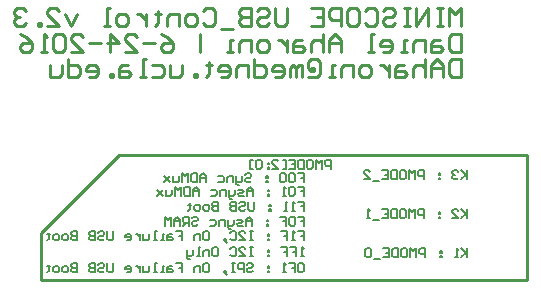
<source format=gbo>
%FSLAX25Y25*%
%MOIN*%
G70*
G01*
G75*
G04 Layer_Color=32896*
%ADD10C,0.01100*%
%ADD11C,0.01200*%
%ADD12C,0.03937*%
%ADD13R,0.04449X0.05787*%
%ADD14C,0.00945*%
%ADD15R,0.03937X0.02756*%
%ADD16R,0.00984X0.02362*%
%ADD17R,0.02362X0.00984*%
%ADD18R,0.20079X0.20079*%
%ADD19R,0.03347X0.01102*%
%ADD20R,0.06496X0.09449*%
%ADD21O,0.08661X0.02362*%
%ADD22R,0.05512X0.04724*%
%ADD23R,0.01969X0.01969*%
%ADD24R,0.01063X0.03150*%
%ADD25R,0.05079X0.10709*%
%ADD26R,0.03000X0.03000*%
%ADD27R,0.01181X0.01929*%
%ADD28R,0.01181X0.02047*%
%ADD29R,0.05787X0.04449*%
%ADD30R,0.15354X0.24410*%
%ADD31R,0.12992X0.17323*%
%ADD32R,0.03000X0.03000*%
%ADD33R,0.05000X0.02992*%
%ADD34R,0.01969X0.01969*%
%ADD35R,0.05118X0.04921*%
%ADD36R,0.03543X0.03150*%
%ADD37R,0.03100X0.03100*%
%ADD38R,0.00787X0.02658*%
%ADD39R,0.01496X0.06100*%
%ADD40R,0.02992X0.05000*%
%ADD41R,0.01200X0.05300*%
%ADD42R,0.09100X0.07500*%
%ADD43R,0.07100X0.07500*%
%ADD44R,0.09449X0.10236*%
%ADD45R,0.07874X0.04724*%
%ADD46R,0.07874X0.03937*%
%ADD47R,0.11811X0.07874*%
%ADD48C,0.01500*%
%ADD49C,0.00500*%
%ADD50C,0.00800*%
%ADD51C,0.01000*%
%ADD52C,0.02500*%
%ADD53C,0.02000*%
%ADD54C,0.00600*%
%ADD55R,0.05906X0.05906*%
%ADD56C,0.05906*%
%ADD57C,0.07874*%
%ADD58C,0.07000*%
%ADD59C,0.09000*%
%ADD60C,0.12500*%
%ADD61C,0.06000*%
%ADD62C,0.01969*%
%ADD63C,0.03100*%
%ADD64C,0.01400*%
%ADD65C,0.04000*%
%ADD66C,0.05543*%
%ADD67C,0.09874*%
%ADD68C,0.05937*%
%ADD69C,0.07500*%
%ADD70C,0.14500*%
%ADD71C,0.04800*%
%ADD72C,0.03400*%
%ADD73C,0.02700*%
%ADD74C,0.08000*%
%ADD75C,0.02787*%
%ADD76C,0.00984*%
%ADD77C,0.00787*%
%ADD78C,0.02362*%
%ADD79C,0.00394*%
%ADD80C,0.01575*%
%ADD81C,0.01600*%
%ADD82R,0.04331X0.04331*%
%ADD83C,0.11811*%
%ADD84R,0.04749X0.06087*%
%ADD85C,0.01245*%
%ADD86R,0.04237X0.03056*%
%ADD87R,0.20379X0.20379*%
%ADD88R,0.03647X0.01402*%
%ADD89R,0.06796X0.09749*%
%ADD90O,0.08961X0.02662*%
%ADD91R,0.05812X0.05024*%
%ADD92R,0.02269X0.02269*%
%ADD93R,0.01363X0.03450*%
%ADD94R,0.05379X0.11009*%
%ADD95R,0.03300X0.03300*%
%ADD96R,0.01575X0.02323*%
%ADD97R,0.01575X0.02441*%
%ADD98R,0.06087X0.04749*%
%ADD99R,0.15654X0.24710*%
%ADD100R,0.13292X0.17623*%
%ADD101R,0.03300X0.03300*%
%ADD102R,0.05300X0.03292*%
%ADD103R,0.02269X0.02269*%
%ADD104R,0.05418X0.05221*%
%ADD105R,0.03843X0.03450*%
%ADD106R,0.03400X0.03400*%
%ADD107R,0.01087X0.02958*%
%ADD108R,0.01796X0.06400*%
%ADD109R,0.03292X0.05300*%
%ADD110R,0.01500X0.05600*%
%ADD111R,0.09400X0.07800*%
%ADD112R,0.07400X0.07800*%
%ADD113R,0.09749X0.10536*%
%ADD114R,0.08174X0.05024*%
%ADD115R,0.08174X0.04237*%
%ADD116R,0.12111X0.08174*%
%ADD117R,0.06206X0.06206*%
%ADD118C,0.06206*%
%ADD119C,0.07300*%
%ADD120C,0.09300*%
%ADD121C,0.12800*%
%ADD122C,0.06300*%
%ADD123C,0.00300*%
D50*
X183501Y122999D02*
X185500D01*
Y121500D01*
X184500D01*
X185500D01*
Y120000D01*
X182501Y122499D02*
X182001Y122999D01*
X181001D01*
X180502Y122499D01*
Y120500D01*
X181001Y120000D01*
X182001D01*
X182501Y120500D01*
Y122499D01*
X179502D02*
X179002Y122999D01*
X178002D01*
X177503Y122499D01*
Y120500D01*
X178002Y120000D01*
X179002D01*
X179502Y120500D01*
Y122499D01*
X173504Y121999D02*
X173004D01*
Y121500D01*
X173504D01*
Y121999D01*
Y120500D02*
X173004D01*
Y120000D01*
X173504D01*
Y120500D01*
X166006Y122499D02*
X166506Y122999D01*
X167506D01*
X168006Y122499D01*
Y121999D01*
X167506Y121500D01*
X166506D01*
X166006Y121000D01*
Y120500D01*
X166506Y120000D01*
X167506D01*
X168006Y120500D01*
X165007Y121999D02*
Y120500D01*
X164507Y120000D01*
X163007D01*
Y119500D01*
X163507Y119000D01*
X164007D01*
X163007Y120000D02*
Y121999D01*
X162008Y120000D02*
Y121999D01*
X160508D01*
X160008Y121500D01*
Y120000D01*
X157009Y121999D02*
X158509D01*
X159009Y121500D01*
Y120500D01*
X158509Y120000D01*
X157009D01*
X153010D02*
Y121999D01*
X152011Y122999D01*
X151011Y121999D01*
Y120000D01*
Y121500D01*
X153010D01*
X150012Y122999D02*
Y120000D01*
X148512D01*
X148012Y120500D01*
Y122499D01*
X148512Y122999D01*
X150012D01*
X147012Y120000D02*
Y122999D01*
X146013Y121999D01*
X145013Y122999D01*
Y120000D01*
X144013Y121999D02*
Y120500D01*
X143514Y120000D01*
X142014D01*
Y121999D01*
X141014D02*
X139015Y120000D01*
X140015Y121000D01*
X139015Y121999D01*
X141014Y120000D01*
X183501Y118499D02*
X185500D01*
Y116999D01*
X184500D01*
X185500D01*
Y115500D01*
X182501Y117999D02*
X182001Y118499D01*
X181001D01*
X180502Y117999D01*
Y116000D01*
X181001Y115500D01*
X182001D01*
X182501Y116000D01*
Y117999D01*
X179502Y115500D02*
X178502D01*
X179002D01*
Y118499D01*
X179502Y117999D01*
X174004Y117499D02*
X173504D01*
Y116999D01*
X174004D01*
Y117499D01*
Y116000D02*
X173504D01*
Y115500D01*
X174004D01*
Y116000D01*
X168506Y115500D02*
Y117499D01*
X167506Y118499D01*
X166506Y117499D01*
Y115500D01*
Y116999D01*
X168506D01*
X165506Y115500D02*
X164007D01*
X163507Y116000D01*
X164007Y116500D01*
X165007D01*
X165506Y116999D01*
X165007Y117499D01*
X163507D01*
X162507D02*
Y116000D01*
X162008Y115500D01*
X160508D01*
Y115000D01*
X161008Y114500D01*
X161508D01*
X160508Y115500D02*
Y117499D01*
X159508Y115500D02*
Y117499D01*
X158009D01*
X157509Y116999D01*
Y115500D01*
X154510Y117499D02*
X156009D01*
X156509Y116999D01*
Y116000D01*
X156009Y115500D01*
X154510D01*
X150511D02*
Y117499D01*
X149512Y118499D01*
X148512Y117499D01*
Y115500D01*
Y116999D01*
X150511D01*
X147512Y118499D02*
Y115500D01*
X146013D01*
X145513Y116000D01*
Y117999D01*
X146013Y118499D01*
X147512D01*
X144513Y115500D02*
Y118499D01*
X143514Y117499D01*
X142514Y118499D01*
Y115500D01*
X141514Y117499D02*
Y116000D01*
X141014Y115500D01*
X139515D01*
Y117499D01*
X138515D02*
X136516Y115500D01*
X137515Y116500D01*
X136516Y117499D01*
X138515Y115500D01*
X183501Y113499D02*
X185500D01*
Y111999D01*
X184500D01*
X185500D01*
Y110500D01*
X182501D02*
X181501D01*
X182001D01*
Y113499D01*
X182501Y112999D01*
X180002Y110500D02*
X179002D01*
X179502D01*
Y113499D01*
X180002Y112999D01*
X174504Y112499D02*
X174004D01*
Y111999D01*
X174504D01*
Y112499D01*
Y111000D02*
X174004D01*
Y110500D01*
X174504D01*
Y111000D01*
X169005Y113499D02*
Y111000D01*
X168506Y110500D01*
X167506D01*
X167006Y111000D01*
Y113499D01*
X164007Y112999D02*
X164507Y113499D01*
X165506D01*
X166006Y112999D01*
Y112499D01*
X165506Y111999D01*
X164507D01*
X164007Y111500D01*
Y111000D01*
X164507Y110500D01*
X165506D01*
X166006Y111000D01*
X163007Y113499D02*
Y110500D01*
X161508D01*
X161008Y111000D01*
Y111500D01*
X161508Y111999D01*
X163007D01*
X161508D01*
X161008Y112499D01*
Y112999D01*
X161508Y113499D01*
X163007D01*
X157009D02*
Y110500D01*
X155510D01*
X155010Y111000D01*
Y111500D01*
X155510Y111999D01*
X157009D01*
X155510D01*
X155010Y112499D01*
Y112999D01*
X155510Y113499D01*
X157009D01*
X153510Y110500D02*
X152511D01*
X152011Y111000D01*
Y111999D01*
X152511Y112499D01*
X153510D01*
X154010Y111999D01*
Y111000D01*
X153510Y110500D01*
X150511D02*
X149512D01*
X149012Y111000D01*
Y111999D01*
X149512Y112499D01*
X150511D01*
X151011Y111999D01*
Y111000D01*
X150511Y110500D01*
X147512Y112999D02*
Y112499D01*
X148012D01*
X147012D01*
X147512D01*
Y111000D01*
X147012Y110500D01*
X183612Y108499D02*
X185611D01*
Y107000D01*
X184612D01*
X185611D01*
Y105500D01*
X182612Y107999D02*
X182112Y108499D01*
X181113D01*
X180613Y107999D01*
Y106000D01*
X181113Y105500D01*
X182112D01*
X182612Y106000D01*
Y107999D01*
X177614Y108499D02*
X179613D01*
Y107000D01*
X178613D01*
X179613D01*
Y105500D01*
X173615Y107499D02*
X173115D01*
Y107000D01*
X173615D01*
Y107499D01*
Y106000D02*
X173115D01*
Y105500D01*
X173615D01*
Y106000D01*
X168117Y105500D02*
Y107499D01*
X167117Y108499D01*
X166118Y107499D01*
Y105500D01*
Y107000D01*
X168117D01*
X165118Y105500D02*
X163618D01*
X163119Y106000D01*
X163618Y106500D01*
X164618D01*
X165118Y107000D01*
X164618Y107499D01*
X163119D01*
X162119D02*
Y106000D01*
X161619Y105500D01*
X160119D01*
Y105000D01*
X160619Y104500D01*
X161119D01*
X160119Y105500D02*
Y107499D01*
X159120Y105500D02*
Y107499D01*
X157620D01*
X157121Y107000D01*
Y105500D01*
X154121Y107499D02*
X155621D01*
X156121Y107000D01*
Y106000D01*
X155621Y105500D01*
X154121D01*
X148123Y107999D02*
X148623Y108499D01*
X149623D01*
X150123Y107999D01*
Y107499D01*
X149623Y107000D01*
X148623D01*
X148123Y106500D01*
Y106000D01*
X148623Y105500D01*
X149623D01*
X150123Y106000D01*
X147124Y105500D02*
Y108499D01*
X145624D01*
X145124Y107999D01*
Y107000D01*
X145624Y106500D01*
X147124D01*
X146124D02*
X145124Y105500D01*
X144125D02*
Y107499D01*
X143125Y108499D01*
X142125Y107499D01*
Y105500D01*
Y107000D01*
X144125D01*
X141126Y105500D02*
Y108499D01*
X140126Y107499D01*
X139126Y108499D01*
Y105500D01*
X183501Y103666D02*
X185500D01*
Y102166D01*
X184500D01*
X185500D01*
Y100667D01*
X182501D02*
X181501D01*
X182001D01*
Y103666D01*
X182501Y103166D01*
X178002Y103666D02*
X180002D01*
Y102166D01*
X179002D01*
X180002D01*
Y100667D01*
X174004Y102666D02*
X173504D01*
Y102166D01*
X174004D01*
Y102666D01*
Y101166D02*
X173504D01*
Y100667D01*
X174004D01*
Y101166D01*
X168506Y103666D02*
X167506D01*
X168006D01*
Y100667D01*
X168506D01*
X167506D01*
X164007D02*
X166006D01*
X164007Y102666D01*
Y103166D01*
X164507Y103666D01*
X165506D01*
X166006Y103166D01*
X161008D02*
X161508Y103666D01*
X162507D01*
X163007Y103166D01*
Y101166D01*
X162507Y100667D01*
X161508D01*
X161008Y101166D01*
X159508Y100167D02*
X159009Y100667D01*
Y101166D01*
X159508D01*
Y100667D01*
X159009D01*
X159508Y100167D01*
X160008Y99667D01*
X152511Y103666D02*
X153510D01*
X154010Y103166D01*
Y101166D01*
X153510Y100667D01*
X152511D01*
X152011Y101166D01*
Y103166D01*
X152511Y103666D01*
X151011Y100667D02*
Y102666D01*
X149512D01*
X149012Y102166D01*
Y100667D01*
X143014Y103666D02*
X145013D01*
Y102166D01*
X144013D01*
X145013D01*
Y100667D01*
X141514Y102666D02*
X140515D01*
X140015Y102166D01*
Y100667D01*
X141514D01*
X142014Y101166D01*
X141514Y101666D01*
X140015D01*
X139015Y100667D02*
X138015D01*
X138515D01*
Y102666D01*
X139015D01*
X136516Y100667D02*
X135516D01*
X136016D01*
Y103666D01*
X136516D01*
X134017Y102666D02*
Y101166D01*
X133517Y100667D01*
X132017D01*
Y102666D01*
X131018D02*
Y100667D01*
Y101666D01*
X130518Y102166D01*
X130018Y102666D01*
X129518D01*
X126519Y100667D02*
X127519D01*
X128019Y101166D01*
Y102166D01*
X127519Y102666D01*
X126519D01*
X126019Y102166D01*
Y101666D01*
X128019D01*
X122020Y103666D02*
Y101166D01*
X121521Y100667D01*
X120521D01*
X120021Y101166D01*
Y103666D01*
X117022Y103166D02*
X117522Y103666D01*
X118522D01*
X119021Y103166D01*
Y102666D01*
X118522Y102166D01*
X117522D01*
X117022Y101666D01*
Y101166D01*
X117522Y100667D01*
X118522D01*
X119021Y101166D01*
X116023Y103666D02*
Y100667D01*
X114523D01*
X114023Y101166D01*
Y101666D01*
X114523Y102166D01*
X116023D01*
X114523D01*
X114023Y102666D01*
Y103166D01*
X114523Y103666D01*
X116023D01*
X110024D02*
Y100667D01*
X108525D01*
X108025Y101166D01*
Y101666D01*
X108525Y102166D01*
X110024D01*
X108525D01*
X108025Y102666D01*
Y103166D01*
X108525Y103666D01*
X110024D01*
X106526Y100667D02*
X105526D01*
X105026Y101166D01*
Y102166D01*
X105526Y102666D01*
X106526D01*
X107025Y102166D01*
Y101166D01*
X106526Y100667D01*
X103526D02*
X102527D01*
X102027Y101166D01*
Y102166D01*
X102527Y102666D01*
X103526D01*
X104026Y102166D01*
Y101166D01*
X103526Y100667D01*
X100528Y103166D02*
Y102666D01*
X101027D01*
X100028D01*
X100528D01*
Y101166D01*
X100028Y100667D01*
X185500Y95333D02*
X184500D01*
X185000D01*
Y98332D01*
X185500Y97833D01*
X181001Y98332D02*
X183001D01*
Y96833D01*
X182001D01*
X183001D01*
Y95333D01*
X178002Y98332D02*
X180002D01*
Y96833D01*
X179002D01*
X180002D01*
Y95333D01*
X174004Y97333D02*
X173504D01*
Y96833D01*
X174004D01*
Y97333D01*
Y95833D02*
X173504D01*
Y95333D01*
X174004D01*
Y95833D01*
X168506Y98332D02*
X167506D01*
X168006D01*
Y95333D01*
X168506D01*
X167506D01*
X164007D02*
X166006D01*
X164007Y97333D01*
Y97833D01*
X164507Y98332D01*
X165506D01*
X166006Y97833D01*
X161008D02*
X161508Y98332D01*
X162507D01*
X163007Y97833D01*
Y95833D01*
X162507Y95333D01*
X161508D01*
X161008Y95833D01*
X155510Y98332D02*
X156509D01*
X157009Y97833D01*
Y95833D01*
X156509Y95333D01*
X155510D01*
X155010Y95833D01*
Y97833D01*
X155510Y98332D01*
X154010Y95333D02*
Y97333D01*
X152511D01*
X152011Y96833D01*
Y95333D01*
X151011D02*
X150012D01*
X150511D01*
Y98332D01*
X151011D01*
X148512Y97333D02*
Y95833D01*
X148012Y95333D01*
X146513D01*
Y94833D01*
X147012Y94334D01*
X147512D01*
X146513Y95333D02*
Y97333D01*
X185500Y92499D02*
X185000Y92999D01*
X184001D01*
X183501Y92499D01*
Y90500D01*
X184001Y90000D01*
X185000D01*
X185500Y90500D01*
Y92499D01*
X180502Y92999D02*
X182501D01*
Y91500D01*
X181501D01*
X182501D01*
Y90000D01*
X179502D02*
X178502D01*
X179002D01*
Y92999D01*
X179502Y92499D01*
X174004Y91999D02*
X173504D01*
Y91500D01*
X174004D01*
Y91999D01*
Y90500D02*
X173504D01*
Y90000D01*
X174004D01*
Y90500D01*
X166506Y92499D02*
X167006Y92999D01*
X168006D01*
X168506Y92499D01*
Y91999D01*
X168006Y91500D01*
X167006D01*
X166506Y91000D01*
Y90500D01*
X167006Y90000D01*
X168006D01*
X168506Y90500D01*
X165506Y90000D02*
Y92999D01*
X164007D01*
X163507Y92499D01*
Y91500D01*
X164007Y91000D01*
X165506D01*
X162507Y92999D02*
X161508D01*
X162008D01*
Y90000D01*
X162507D01*
X161508D01*
X159508Y89500D02*
X159009Y90000D01*
Y90500D01*
X159508D01*
Y90000D01*
X159009D01*
X159508Y89500D01*
X160008Y89000D01*
X152511Y92999D02*
X153510D01*
X154010Y92499D01*
Y90500D01*
X153510Y90000D01*
X152511D01*
X152011Y90500D01*
Y92499D01*
X152511Y92999D01*
X151011Y90000D02*
Y91999D01*
X149512D01*
X149012Y91500D01*
Y90000D01*
X143014Y92999D02*
X145013D01*
Y91500D01*
X144013D01*
X145013D01*
Y90000D01*
X141514Y91999D02*
X140515D01*
X140015Y91500D01*
Y90000D01*
X141514D01*
X142014Y90500D01*
X141514Y91000D01*
X140015D01*
X139015Y90000D02*
X138015D01*
X138515D01*
Y91999D01*
X139015D01*
X136516Y90000D02*
X135516D01*
X136016D01*
Y92999D01*
X136516D01*
X134017Y91999D02*
Y90500D01*
X133517Y90000D01*
X132017D01*
Y91999D01*
X131018D02*
Y90000D01*
Y91000D01*
X130518Y91500D01*
X130018Y91999D01*
X129518D01*
X126519Y90000D02*
X127519D01*
X128019Y90500D01*
Y91500D01*
X127519Y91999D01*
X126519D01*
X126019Y91500D01*
Y91000D01*
X128019D01*
X122020Y92999D02*
Y90500D01*
X121521Y90000D01*
X120521D01*
X120021Y90500D01*
Y92999D01*
X117022Y92499D02*
X117522Y92999D01*
X118522D01*
X119021Y92499D01*
Y91999D01*
X118522Y91500D01*
X117522D01*
X117022Y91000D01*
Y90500D01*
X117522Y90000D01*
X118522D01*
X119021Y90500D01*
X116023Y92999D02*
Y90000D01*
X114523D01*
X114023Y90500D01*
Y91000D01*
X114523Y91500D01*
X116023D01*
X114523D01*
X114023Y91999D01*
Y92499D01*
X114523Y92999D01*
X116023D01*
X110024D02*
Y90000D01*
X108525D01*
X108025Y90500D01*
Y91000D01*
X108525Y91500D01*
X110024D01*
X108525D01*
X108025Y91999D01*
Y92499D01*
X108525Y92999D01*
X110024D01*
X106526Y90000D02*
X105526D01*
X105026Y90500D01*
Y91500D01*
X105526Y91999D01*
X106526D01*
X107025Y91500D01*
Y90500D01*
X106526Y90000D01*
X103526D02*
X102527D01*
X102027Y90500D01*
Y91500D01*
X102527Y91999D01*
X103526D01*
X104026Y91500D01*
Y90500D01*
X103526Y90000D01*
X100528Y92499D02*
Y91999D01*
X101027D01*
X100028D01*
X100528D01*
Y90500D01*
X100028Y90000D01*
X240000Y97999D02*
Y95000D01*
Y96000D01*
X238001Y97999D01*
X239500Y96500D01*
X238001Y95000D01*
X237001D02*
X236001D01*
X236501D01*
Y97999D01*
X237001Y97499D01*
X231503Y96999D02*
X231003D01*
Y96500D01*
X231503D01*
Y96999D01*
Y95500D02*
X231003D01*
Y95000D01*
X231503D01*
Y95500D01*
X226005Y95000D02*
Y97999D01*
X224505D01*
X224005Y97499D01*
Y96500D01*
X224505Y96000D01*
X226005D01*
X223006Y95000D02*
Y97999D01*
X222006Y96999D01*
X221006Y97999D01*
Y95000D01*
X218507Y97999D02*
X219507D01*
X220006Y97499D01*
Y95500D01*
X219507Y95000D01*
X218507D01*
X218007Y95500D01*
Y97499D01*
X218507Y97999D01*
X217007D02*
Y95000D01*
X215508D01*
X215008Y95500D01*
Y97499D01*
X215508Y97999D01*
X217007D01*
X212009D02*
X214008D01*
Y95000D01*
X212009D01*
X214008Y96500D02*
X213009D01*
X211009Y94500D02*
X209010D01*
X208010Y97499D02*
X207510Y97999D01*
X206511D01*
X206011Y97499D01*
Y95500D01*
X206511Y95000D01*
X207510D01*
X208010Y95500D01*
Y97499D01*
X240000Y110999D02*
Y108000D01*
Y109000D01*
X238001Y110999D01*
X239500Y109500D01*
X238001Y108000D01*
X235002D02*
X237001D01*
X235002Y109999D01*
Y110499D01*
X235502Y110999D01*
X236501D01*
X237001Y110499D01*
X231003Y109999D02*
X230503D01*
Y109500D01*
X231003D01*
Y109999D01*
Y108500D02*
X230503D01*
Y108000D01*
X231003D01*
Y108500D01*
X225505Y108000D02*
Y110999D01*
X224005D01*
X223505Y110499D01*
Y109500D01*
X224005Y109000D01*
X225505D01*
X222506Y108000D02*
Y110999D01*
X221506Y109999D01*
X220506Y110999D01*
Y108000D01*
X218007Y110999D02*
X219007D01*
X219507Y110499D01*
Y108500D01*
X219007Y108000D01*
X218007D01*
X217507Y108500D01*
Y110499D01*
X218007Y110999D01*
X216508D02*
Y108000D01*
X215008D01*
X214508Y108500D01*
Y110499D01*
X215008Y110999D01*
X216508D01*
X211509D02*
X213509D01*
Y108000D01*
X211509D01*
X213509Y109500D02*
X212509D01*
X210509Y107500D02*
X208510D01*
X207510Y108000D02*
X206511D01*
X207011D01*
Y110999D01*
X207510Y110499D01*
X240000Y123999D02*
Y121000D01*
Y122000D01*
X238001Y123999D01*
X239500Y122500D01*
X238001Y121000D01*
X237001Y123499D02*
X236501Y123999D01*
X235502D01*
X235002Y123499D01*
Y122999D01*
X235502Y122500D01*
X236001D01*
X235502D01*
X235002Y122000D01*
Y121500D01*
X235502Y121000D01*
X236501D01*
X237001Y121500D01*
X231003Y122999D02*
X230503D01*
Y122500D01*
X231003D01*
Y122999D01*
Y121500D02*
X230503D01*
Y121000D01*
X231003D01*
Y121500D01*
X225505Y121000D02*
Y123999D01*
X224005D01*
X223505Y123499D01*
Y122500D01*
X224005Y122000D01*
X225505D01*
X222506Y121000D02*
Y123999D01*
X221506Y122999D01*
X220506Y123999D01*
Y121000D01*
X218007Y123999D02*
X219007D01*
X219507Y123499D01*
Y121500D01*
X219007Y121000D01*
X218007D01*
X217507Y121500D01*
Y123499D01*
X218007Y123999D01*
X216508D02*
Y121000D01*
X215008D01*
X214508Y121500D01*
Y123499D01*
X215008Y123999D01*
X216508D01*
X211509D02*
X213509D01*
Y121000D01*
X211509D01*
X213509Y122500D02*
X212509D01*
X210509Y120500D02*
X208510D01*
X205511Y121000D02*
X207510D01*
X205511Y122999D01*
Y123499D01*
X206011Y123999D01*
X207011D01*
X207510Y123499D01*
X194500Y124500D02*
Y127499D01*
X193000D01*
X192501Y126999D01*
Y125999D01*
X193000Y125500D01*
X194500D01*
X191501Y124500D02*
Y127499D01*
X190501Y126499D01*
X189502Y127499D01*
Y124500D01*
X187002Y127499D02*
X188002D01*
X188502Y126999D01*
Y125000D01*
X188002Y124500D01*
X187002D01*
X186503Y125000D01*
Y126999D01*
X187002Y127499D01*
X185503D02*
Y124500D01*
X184003D01*
X183504Y125000D01*
Y126999D01*
X184003Y127499D01*
X185503D01*
X180505D02*
X182504D01*
Y124500D01*
X180505D01*
X182504Y125999D02*
X181504D01*
X178505Y124500D02*
X179505D01*
Y127499D01*
X178505D01*
X175006Y124500D02*
X177006D01*
X175006Y126499D01*
Y126999D01*
X175506Y127499D01*
X176506D01*
X177006Y126999D01*
X174007Y126499D02*
X173507D01*
Y125999D01*
X174007D01*
Y126499D01*
Y125000D02*
X173507D01*
Y124500D01*
X174007D01*
Y125000D01*
X171507Y126999D02*
X171008Y127499D01*
X170008D01*
X169508Y126999D01*
Y125000D01*
X170008Y124500D01*
X171008D01*
X171507Y125000D01*
Y126999D01*
X168508Y124500D02*
X167509D01*
Y127499D01*
X168508D01*
D51*
X260000Y87500D02*
Y129000D01*
X98000Y87500D02*
X260000D01*
X98000D02*
Y103000D01*
X124000Y129000D01*
X260000D01*
X238000Y172000D02*
Y177998D01*
X236001Y175999D01*
X234001Y177998D01*
Y172000D01*
X232002Y177998D02*
X230003D01*
X231002D01*
Y172000D01*
X232002D01*
X230003D01*
X227004D02*
Y177998D01*
X223005Y172000D01*
Y177998D01*
X221006D02*
X219006D01*
X220006D01*
Y172000D01*
X221006D01*
X219006D01*
X212008Y176998D02*
X213008Y177998D01*
X215007D01*
X216007Y176998D01*
Y175999D01*
X215007Y174999D01*
X213008D01*
X212008Y173999D01*
Y173000D01*
X213008Y172000D01*
X215007D01*
X216007Y173000D01*
X206010Y176998D02*
X207010Y177998D01*
X209009D01*
X210009Y176998D01*
Y173000D01*
X209009Y172000D01*
X207010D01*
X206010Y173000D01*
X201012Y177998D02*
X203011D01*
X204011Y176998D01*
Y173000D01*
X203011Y172000D01*
X201012D01*
X200012Y173000D01*
Y176998D01*
X201012Y177998D01*
X198013Y172000D02*
Y177998D01*
X195014D01*
X194014Y176998D01*
Y174999D01*
X195014Y173999D01*
X198013D01*
X188016Y177998D02*
X192015D01*
Y172000D01*
X188016D01*
X192015Y174999D02*
X190015D01*
X180019Y177998D02*
Y173000D01*
X179019Y172000D01*
X177020D01*
X176020Y173000D01*
Y177998D01*
X170022Y176998D02*
X171022Y177998D01*
X173021D01*
X174021Y176998D01*
Y175999D01*
X173021Y174999D01*
X171022D01*
X170022Y173999D01*
Y173000D01*
X171022Y172000D01*
X173021D01*
X174021Y173000D01*
X168023Y177998D02*
Y172000D01*
X165024D01*
X164024Y173000D01*
Y173999D01*
X165024Y174999D01*
X168023D01*
X165024D01*
X164024Y175999D01*
Y176998D01*
X165024Y177998D01*
X168023D01*
X162025Y171000D02*
X158026D01*
X152028Y176998D02*
X153027Y177998D01*
X155027D01*
X156026Y176998D01*
Y173000D01*
X155027Y172000D01*
X153027D01*
X152028Y173000D01*
X149029Y172000D02*
X147029D01*
X146030Y173000D01*
Y174999D01*
X147029Y175999D01*
X149029D01*
X150029Y174999D01*
Y173000D01*
X149029Y172000D01*
X144030D02*
Y175999D01*
X141031D01*
X140032Y174999D01*
Y172000D01*
X137033Y176998D02*
Y175999D01*
X138032D01*
X136033D01*
X137033D01*
Y173000D01*
X136033Y172000D01*
X133034Y175999D02*
Y172000D01*
Y173999D01*
X132034Y174999D01*
X131035Y175999D01*
X130035D01*
X126036Y172000D02*
X124037D01*
X123037Y173000D01*
Y174999D01*
X124037Y175999D01*
X126036D01*
X127036Y174999D01*
Y173000D01*
X126036Y172000D01*
X121038D02*
X119038D01*
X120038D01*
Y177998D01*
X121038D01*
X110041Y175999D02*
X108042Y172000D01*
X106043Y175999D01*
X100045Y172000D02*
X104043D01*
X100045Y175999D01*
Y176998D01*
X101044Y177998D01*
X103044D01*
X104043Y176998D01*
X98045Y172000D02*
Y173000D01*
X97046D01*
Y172000D01*
X98045D01*
X93047Y176998D02*
X92047Y177998D01*
X90048D01*
X89048Y176998D01*
Y175999D01*
X90048Y174999D01*
X91048D01*
X90048D01*
X89048Y173999D01*
Y173000D01*
X90048Y172000D01*
X92047D01*
X93047Y173000D01*
X238000Y169498D02*
Y163500D01*
X235001D01*
X234001Y164500D01*
Y168498D01*
X235001Y169498D01*
X238000D01*
X231002Y167499D02*
X229003D01*
X228003Y166499D01*
Y163500D01*
X231002D01*
X232002Y164500D01*
X231002Y165499D01*
X228003D01*
X226004Y163500D02*
Y167499D01*
X223005D01*
X222005Y166499D01*
Y163500D01*
X220006D02*
X218006D01*
X219006D01*
Y167499D01*
X220006D01*
X212008Y163500D02*
X214008D01*
X215007Y164500D01*
Y166499D01*
X214008Y167499D01*
X212008D01*
X211009Y166499D01*
Y165499D01*
X215007D01*
X209009Y163500D02*
X207010D01*
X208010D01*
Y169498D01*
X209009D01*
X198013Y163500D02*
Y167499D01*
X196014Y169498D01*
X194014Y167499D01*
Y163500D01*
Y166499D01*
X198013D01*
X192015Y169498D02*
Y163500D01*
Y166499D01*
X191015Y167499D01*
X189016D01*
X188016Y166499D01*
Y163500D01*
X185017Y167499D02*
X183018D01*
X182018Y166499D01*
Y163500D01*
X185017D01*
X186017Y164500D01*
X185017Y165499D01*
X182018D01*
X180019Y167499D02*
Y163500D01*
Y165499D01*
X179019Y166499D01*
X178019Y167499D01*
X177020D01*
X173021Y163500D02*
X171022D01*
X170022Y164500D01*
Y166499D01*
X171022Y167499D01*
X173021D01*
X174021Y166499D01*
Y164500D01*
X173021Y163500D01*
X168023D02*
Y167499D01*
X165024D01*
X164024Y166499D01*
Y163500D01*
X162025D02*
X160025D01*
X161025D01*
Y167499D01*
X162025D01*
X151028Y169498D02*
Y163500D01*
X138032Y169498D02*
X140032Y168498D01*
X142031Y166499D01*
Y164500D01*
X141031Y163500D01*
X139032D01*
X138032Y164500D01*
Y165499D01*
X139032Y166499D01*
X142031D01*
X136033D02*
X132034D01*
X126036Y163500D02*
X130035D01*
X126036Y167499D01*
Y168498D01*
X127036Y169498D01*
X129035D01*
X130035Y168498D01*
X121038Y163500D02*
Y169498D01*
X124037Y166499D01*
X120038D01*
X118039D02*
X114040D01*
X108042Y163500D02*
X112041D01*
X108042Y167499D01*
Y168498D01*
X109042Y169498D01*
X111041D01*
X112041Y168498D01*
X106043D02*
X105043Y169498D01*
X103044D01*
X102044Y168498D01*
Y164500D01*
X103044Y163500D01*
X105043D01*
X106043Y164500D01*
Y168498D01*
X100045Y163500D02*
X98045D01*
X99045D01*
Y169498D01*
X100045Y168498D01*
X91048Y169498D02*
X93047Y168498D01*
X95046Y166499D01*
Y164500D01*
X94047Y163500D01*
X92047D01*
X91048Y164500D01*
Y165499D01*
X92047Y166499D01*
X95046D01*
X238000Y160998D02*
Y155000D01*
X235001D01*
X234001Y156000D01*
Y159998D01*
X235001Y160998D01*
X238000D01*
X232002Y155000D02*
Y158999D01*
X230003Y160998D01*
X228003Y158999D01*
Y155000D01*
Y157999D01*
X232002D01*
X226004Y160998D02*
Y155000D01*
Y157999D01*
X225004Y158999D01*
X223005D01*
X222005Y157999D01*
Y155000D01*
X219006Y158999D02*
X217007D01*
X216007Y157999D01*
Y155000D01*
X219006D01*
X220006Y156000D01*
X219006Y156999D01*
X216007D01*
X214008Y158999D02*
Y155000D01*
Y156999D01*
X213008Y157999D01*
X212008Y158999D01*
X211009D01*
X207010Y155000D02*
X205011D01*
X204011Y156000D01*
Y157999D01*
X205011Y158999D01*
X207010D01*
X208010Y157999D01*
Y156000D01*
X207010Y155000D01*
X202012D02*
Y158999D01*
X199013D01*
X198013Y157999D01*
Y155000D01*
X196014D02*
X194014D01*
X195014D01*
Y158999D01*
X196014D01*
X188016Y156999D02*
Y157999D01*
X189016D01*
Y156999D01*
X188016D01*
X187016Y157999D01*
Y159998D01*
X188016Y160998D01*
X190015D01*
X191015Y159998D01*
Y156000D01*
X190015Y155000D01*
X187016D01*
X185017D02*
Y158999D01*
X184018D01*
X183018Y157999D01*
Y155000D01*
Y157999D01*
X182018Y158999D01*
X181018Y157999D01*
Y155000D01*
X176020D02*
X178019D01*
X179019Y156000D01*
Y157999D01*
X178019Y158999D01*
X176020D01*
X175020Y157999D01*
Y156999D01*
X179019D01*
X169022Y160998D02*
Y155000D01*
X172021D01*
X173021Y156000D01*
Y157999D01*
X172021Y158999D01*
X169022D01*
X167023Y155000D02*
Y158999D01*
X164024D01*
X163024Y157999D01*
Y155000D01*
X158026D02*
X160025D01*
X161025Y156000D01*
Y157999D01*
X160025Y158999D01*
X158026D01*
X157026Y157999D01*
Y156999D01*
X161025D01*
X154027Y159998D02*
Y158999D01*
X155027D01*
X153027D01*
X154027D01*
Y156000D01*
X153027Y155000D01*
X150029D02*
Y156000D01*
X149029D01*
Y155000D01*
X150029D01*
X145030Y158999D02*
Y156000D01*
X144030Y155000D01*
X141031D01*
Y158999D01*
X135033D02*
X138032D01*
X139032Y157999D01*
Y156000D01*
X138032Y155000D01*
X135033D01*
X133034D02*
X131035D01*
X132034D01*
Y160998D01*
X133034D01*
X127036Y158999D02*
X125037D01*
X124037Y157999D01*
Y155000D01*
X127036D01*
X128036Y156000D01*
X127036Y156999D01*
X124037D01*
X122037Y155000D02*
Y156000D01*
X121038D01*
Y155000D01*
X122037D01*
X114040D02*
X116040D01*
X117039Y156000D01*
Y157999D01*
X116040Y158999D01*
X114040D01*
X113040Y157999D01*
Y156999D01*
X117039D01*
X107042Y160998D02*
Y155000D01*
X110041D01*
X111041Y156000D01*
Y157999D01*
X110041Y158999D01*
X107042D01*
X105043D02*
Y156000D01*
X104043Y155000D01*
X101044D01*
Y158999D01*
M02*

</source>
